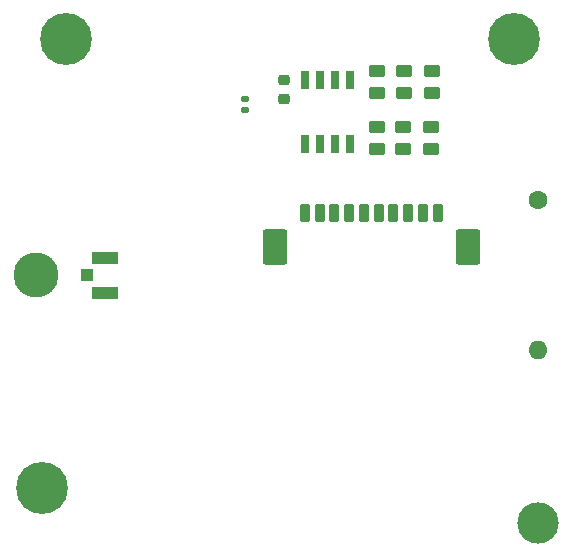
<source format=gts>
%TF.GenerationSoftware,KiCad,Pcbnew,7.0.10-7.0.10~ubuntu22.04.1*%
%TF.CreationDate,2024-06-11T12:31:41+02:00*%
%TF.ProjectId,PQ_Lat_Board,50515f4c-6174-45f4-926f-6172642e6b69,rev?*%
%TF.SameCoordinates,Original*%
%TF.FileFunction,Soldermask,Top*%
%TF.FilePolarity,Negative*%
%FSLAX46Y46*%
G04 Gerber Fmt 4.6, Leading zero omitted, Abs format (unit mm)*
G04 Created by KiCad (PCBNEW 7.0.10-7.0.10~ubuntu22.04.1) date 2024-06-11 12:31:41*
%MOMM*%
%LPD*%
G01*
G04 APERTURE LIST*
G04 Aperture macros list*
%AMRoundRect*
0 Rectangle with rounded corners*
0 $1 Rounding radius*
0 $2 $3 $4 $5 $6 $7 $8 $9 X,Y pos of 4 corners*
0 Add a 4 corners polygon primitive as box body*
4,1,4,$2,$3,$4,$5,$6,$7,$8,$9,$2,$3,0*
0 Add four circle primitives for the rounded corners*
1,1,$1+$1,$2,$3*
1,1,$1+$1,$4,$5*
1,1,$1+$1,$6,$7*
1,1,$1+$1,$8,$9*
0 Add four rect primitives between the rounded corners*
20,1,$1+$1,$2,$3,$4,$5,0*
20,1,$1+$1,$4,$5,$6,$7,0*
20,1,$1+$1,$6,$7,$8,$9,0*
20,1,$1+$1,$8,$9,$2,$3,0*%
G04 Aperture macros list end*
%ADD10RoundRect,0.250000X-0.450000X0.262500X-0.450000X-0.262500X0.450000X-0.262500X0.450000X0.262500X0*%
%ADD11RoundRect,0.250000X0.450000X-0.262500X0.450000X0.262500X-0.450000X0.262500X-0.450000X-0.262500X0*%
%ADD12RoundRect,0.200000X-0.200000X-0.600000X0.200000X-0.600000X0.200000X0.600000X-0.200000X0.600000X0*%
%ADD13RoundRect,0.250001X-0.799999X-1.249999X0.799999X-1.249999X0.799999X1.249999X-0.799999X1.249999X0*%
%ADD14R,0.700000X1.550000*%
%ADD15RoundRect,0.147500X0.172500X-0.147500X0.172500X0.147500X-0.172500X0.147500X-0.172500X-0.147500X0*%
%ADD16C,4.400000*%
%ADD17RoundRect,0.225000X-0.250000X0.225000X-0.250000X-0.225000X0.250000X-0.225000X0.250000X0.225000X0*%
%ADD18C,3.500000*%
%ADD19C,2.600000*%
%ADD20C,3.800000*%
%ADD21R,1.050000X1.000000*%
%ADD22R,2.200000X1.050000*%
%ADD23C,1.600000*%
%ADD24O,1.600000X1.600000*%
G04 APERTURE END LIST*
D10*
%TO.C,GA2*%
X111952000Y-53464300D03*
X111952000Y-55289300D03*
%TD*%
D11*
%TO.C,VA1*%
X109651000Y-50590300D03*
X109651000Y-48765300D03*
%TD*%
D12*
%TO.C,J1*%
X101266617Y-60718784D03*
X102516617Y-60718784D03*
X103766617Y-60718784D03*
X105016617Y-60718784D03*
X106266617Y-60718784D03*
X107516617Y-60718784D03*
X108766617Y-60718784D03*
X110016617Y-60718784D03*
X111266617Y-60718784D03*
X112516617Y-60718784D03*
D13*
X98716617Y-63618784D03*
X115066617Y-63618784D03*
%TD*%
D11*
%TO.C,VA2*%
X112002000Y-50590300D03*
X112002000Y-48765300D03*
%TD*%
D14*
%TO.C,IC1*%
X101263600Y-54897200D03*
X102533600Y-54897200D03*
X103803600Y-54897200D03*
X105073600Y-54897200D03*
X105073600Y-49497200D03*
X103803600Y-49497200D03*
X102533600Y-49497200D03*
X101263600Y-49497200D03*
%TD*%
D11*
%TO.C,VA0*%
X107385000Y-50590300D03*
X107385000Y-48765300D03*
%TD*%
D15*
%TO.C,D2*%
X96183600Y-52057100D03*
X96183600Y-51087100D03*
%TD*%
D16*
%TO.C,H1*%
X81050000Y-46050000D03*
%TD*%
D17*
%TO.C,C1*%
X99511000Y-49512400D03*
X99511000Y-51062400D03*
%TD*%
D18*
%TO.C,H3*%
X121000000Y-87000000D03*
%TD*%
D16*
%TO.C,H4*%
X79000000Y-84000000D03*
%TD*%
%TO.C,H2*%
X119000000Y-46000000D03*
%TD*%
D10*
%TO.C,GA0*%
X107400000Y-53464300D03*
X107400000Y-55289300D03*
%TD*%
%TO.C,GA1*%
X109601000Y-53464300D03*
X109601000Y-55289300D03*
%TD*%
D19*
%TO.C,H5*%
X78505200Y-66022400D03*
D20*
X78505200Y-66022400D03*
%TD*%
D21*
%TO.C,J2*%
X82840000Y-66022400D03*
D22*
X84365000Y-64547400D03*
X84365000Y-67497400D03*
%TD*%
D23*
%TO.C,THT1*%
X120974000Y-59647000D03*
D24*
X120974000Y-72347000D03*
%TD*%
M02*

</source>
